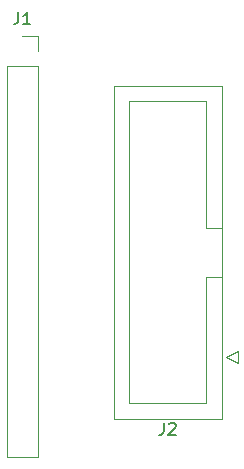
<source format=gbr>
%TF.GenerationSoftware,KiCad,Pcbnew,(5.1.8-0-10_14)*%
%TF.CreationDate,2021-03-30T15:30:47-04:00*%
%TF.ProjectId,TFT,5446542e-6b69-4636-9164-5f7063625858,rev?*%
%TF.SameCoordinates,PX989680PY32730a0*%
%TF.FileFunction,Legend,Top*%
%TF.FilePolarity,Positive*%
%FSLAX46Y46*%
G04 Gerber Fmt 4.6, Leading zero omitted, Abs format (unit mm)*
G04 Created by KiCad (PCBNEW (5.1.8-0-10_14)) date 2021-03-30 15:30:47*
%MOMM*%
%LPD*%
G01*
G04 APERTURE LIST*
%ADD10C,0.120000*%
%ADD11C,0.150000*%
G04 APERTURE END LIST*
D10*
%TO.C,J2*%
X23980000Y12200000D02*
X22980000Y11700000D01*
X23980000Y11200000D02*
X23980000Y12200000D01*
X22980000Y11700000D02*
X23980000Y11200000D01*
X21280000Y22640000D02*
X22590000Y22640000D01*
X21280000Y22640000D02*
X21280000Y22640000D01*
X21280000Y33390000D02*
X21280000Y22640000D01*
X14780000Y33390000D02*
X21280000Y33390000D01*
X14780000Y7790000D02*
X14780000Y33390000D01*
X21280000Y7790000D02*
X14780000Y7790000D01*
X21280000Y18540000D02*
X21280000Y7790000D01*
X22590000Y18540000D02*
X21280000Y18540000D01*
X22590000Y34690000D02*
X22590000Y6490000D01*
X13470000Y34690000D02*
X22590000Y34690000D01*
X13470000Y6490000D02*
X13470000Y34690000D01*
X22590000Y6490000D02*
X13470000Y6490000D01*
%TO.C,J1*%
X5700000Y38930000D02*
X7030000Y38930000D01*
X7030000Y38930000D02*
X7030000Y37600000D01*
X7030000Y36330000D02*
X7030000Y3250000D01*
X4370000Y3250000D02*
X7030000Y3250000D01*
X4370000Y36330000D02*
X4370000Y3250000D01*
X4370000Y36330000D02*
X7030000Y36330000D01*
%TO.C,J2*%
D11*
X17696666Y6147620D02*
X17696666Y5433334D01*
X17649047Y5290477D01*
X17553809Y5195239D01*
X17410952Y5147620D01*
X17315714Y5147620D01*
X18125238Y6052381D02*
X18172857Y6100000D01*
X18268095Y6147620D01*
X18506190Y6147620D01*
X18601428Y6100000D01*
X18649047Y6052381D01*
X18696666Y5957143D01*
X18696666Y5861905D01*
X18649047Y5719048D01*
X18077619Y5147620D01*
X18696666Y5147620D01*
%TO.C,J1*%
X5366666Y40917620D02*
X5366666Y40203334D01*
X5319047Y40060477D01*
X5223809Y39965239D01*
X5080952Y39917620D01*
X4985714Y39917620D01*
X6366666Y39917620D02*
X5795238Y39917620D01*
X6080952Y39917620D02*
X6080952Y40917620D01*
X5985714Y40774762D01*
X5890476Y40679524D01*
X5795238Y40631905D01*
%TD*%
M02*

</source>
